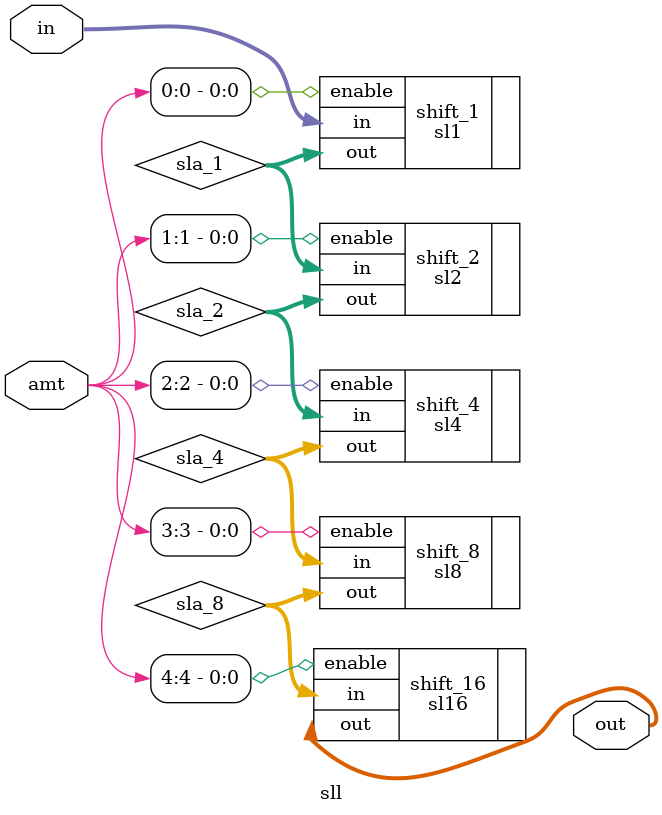
<source format=v>
module sll(out, in, amt);
	// Input
	input [31:0] in;
	input [4:0] amt;
	
	// Output
	output [31:0] out;
	
	// Wire
	wire [31:0] sla_8, sla_4, sla_2, sla_1;
	
	// Code
	sl1 shift_1(.out(sla_1), .in(in), .enable(amt[0]));
	sl2 shift_2(.out(sla_2), .in(sla_1), .enable(amt[1]));
	sl4 shift_4(.out(sla_4), .in(sla_2), .enable(amt[2]));
	sl8 shift_8(.out(sla_8), .in(sla_4), .enable(amt[3]));
	sl16 shift_16(.out(out), .in(sla_8), .enable(amt[4]));
		
 endmodule

</source>
